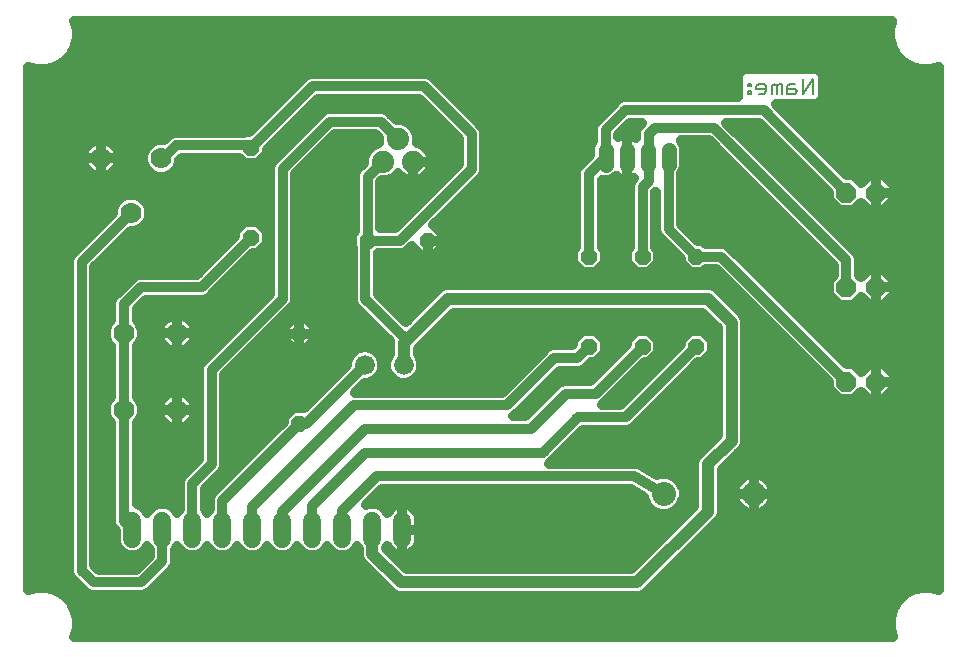
<source format=gbl>
G75*
G70*
%OFA0B0*%
%FSLAX24Y24*%
%IPPOS*%
%LPD*%
%AMOC8*
5,1,8,0,0,1.08239X$1,22.5*
%
%ADD10C,0.0060*%
%ADD11C,0.0600*%
%ADD12OC8,0.0520*%
%ADD13C,0.0660*%
%ADD14C,0.0700*%
%ADD15C,0.0800*%
%ADD16C,0.0740*%
%ADD17OC8,0.0660*%
%ADD18C,0.0500*%
%ADD19C,0.0320*%
%ADD20C,0.0400*%
%ADD21C,0.0396*%
D10*
X024835Y018908D02*
X024918Y018908D01*
X024918Y018991D01*
X024835Y018991D01*
X024835Y018908D01*
X024835Y019158D02*
X024918Y019158D01*
X024918Y019241D01*
X024835Y019241D01*
X024835Y019158D01*
X025100Y019158D02*
X025100Y019074D01*
X025434Y019074D01*
X025434Y018991D02*
X025434Y019158D01*
X025350Y019241D01*
X025184Y019241D01*
X025100Y019158D01*
X025184Y018908D02*
X025350Y018908D01*
X025434Y018991D01*
X025616Y018908D02*
X025616Y019158D01*
X025699Y019241D01*
X025783Y019158D01*
X025783Y018908D01*
X025949Y018908D02*
X025949Y019241D01*
X025866Y019241D01*
X025783Y019158D01*
X026131Y019158D02*
X026131Y018908D01*
X026382Y018908D01*
X026465Y018991D01*
X026382Y019074D01*
X026131Y019074D01*
X026131Y019158D02*
X026215Y019241D01*
X026382Y019241D01*
X026647Y019408D02*
X026647Y018908D01*
X026981Y019408D01*
X026981Y018908D01*
D11*
X013305Y004684D02*
X013305Y004084D01*
X012305Y004084D02*
X012305Y004684D01*
X011305Y004684D02*
X011305Y004084D01*
X010305Y004084D02*
X010305Y004684D01*
X009305Y004684D02*
X009305Y004084D01*
X008305Y004084D02*
X008305Y004684D01*
X007305Y004684D02*
X007305Y004084D01*
X006305Y004084D02*
X006305Y004684D01*
X005305Y004684D02*
X005305Y004084D01*
X004305Y004084D02*
X004305Y004684D01*
D12*
X009866Y007914D03*
X009866Y010914D03*
X008262Y014109D03*
X012154Y014016D03*
X014154Y014016D03*
X019524Y013488D03*
X021311Y013488D03*
X023099Y013488D03*
X023099Y010488D03*
X021311Y010488D03*
X019524Y010488D03*
X008262Y017109D03*
D13*
X012051Y009870D03*
X013351Y009870D03*
D14*
X005796Y010932D03*
X004024Y010932D03*
X004024Y008373D03*
X005796Y008373D03*
X004260Y014940D03*
X003260Y016760D03*
X005260Y016760D03*
D15*
X022016Y005579D03*
X025016Y005579D03*
D16*
X013654Y016654D03*
X013154Y017404D03*
X012654Y016654D03*
D17*
X028106Y015614D03*
X029106Y015614D03*
X029106Y012465D03*
X028106Y012465D03*
X028106Y009315D03*
X029106Y009315D03*
D18*
X022176Y016545D02*
X022176Y017045D01*
X021476Y017045D02*
X021476Y016545D01*
X020776Y016545D02*
X020776Y017045D01*
X020076Y017045D02*
X020076Y016545D01*
D19*
X002450Y001103D02*
X002374Y000820D01*
X029654Y000820D01*
X029578Y001103D01*
X029578Y001417D01*
X029659Y001719D01*
X029816Y001991D01*
X030037Y002212D01*
X030309Y002369D01*
X030611Y002450D01*
X030925Y002450D01*
X031196Y002377D01*
X031196Y019800D01*
X030913Y019724D01*
X030599Y019724D01*
X030297Y019805D01*
X030025Y019961D01*
X029804Y020183D01*
X029647Y020454D01*
X029566Y020757D01*
X029566Y021070D01*
X029642Y021354D01*
X002374Y021354D01*
X002450Y021070D01*
X002450Y020757D01*
X002369Y020454D01*
X002212Y020183D01*
X001991Y019961D01*
X001719Y019805D01*
X001417Y019724D01*
X001103Y019724D01*
X000820Y019800D01*
X000820Y002374D01*
X001103Y002450D01*
X001417Y002450D01*
X001719Y002369D01*
X001991Y002212D01*
X002212Y001991D01*
X002369Y001719D01*
X002450Y001417D01*
X002450Y001103D01*
X002450Y001216D02*
X029578Y001216D01*
X029609Y001534D02*
X002418Y001534D01*
X002292Y001853D02*
X029736Y001853D01*
X029996Y002171D02*
X021239Y002171D01*
X021218Y002162D02*
X021387Y002232D01*
X023749Y004594D01*
X023878Y004724D01*
X023948Y004893D01*
X023948Y006369D01*
X024536Y006957D01*
X024666Y007086D01*
X024736Y007255D01*
X024736Y011375D01*
X024666Y011544D01*
X023878Y012332D01*
X023749Y012461D01*
X023580Y012531D01*
X014735Y012531D01*
X014566Y012461D01*
X013421Y011315D01*
X012491Y012245D01*
X012491Y013596D01*
X013312Y013596D01*
X013466Y013660D01*
X013634Y013827D01*
X013634Y013801D01*
X013938Y013496D01*
X014154Y013496D01*
X014369Y013496D01*
X014674Y013801D01*
X014674Y014016D01*
X014674Y014231D01*
X014369Y014536D01*
X014342Y014536D01*
X015852Y016046D01*
X015970Y016164D01*
X016034Y016318D01*
X016034Y017666D01*
X015970Y017821D01*
X014396Y019396D01*
X014277Y019514D01*
X014123Y019578D01*
X010227Y019578D01*
X010072Y019514D01*
X008188Y017629D01*
X008046Y017629D01*
X008026Y017609D01*
X005688Y017609D01*
X005534Y017545D01*
X005416Y017427D01*
X005359Y017370D01*
X005139Y017370D01*
X004914Y017277D01*
X004743Y017106D01*
X004650Y016881D01*
X004650Y016639D01*
X004743Y016414D01*
X004914Y016243D01*
X005139Y016150D01*
X005381Y016150D01*
X005606Y016243D01*
X005777Y016414D01*
X005870Y016639D01*
X005870Y016693D01*
X005946Y016769D01*
X007866Y016769D01*
X008046Y016589D01*
X008477Y016589D01*
X008782Y016894D01*
X008782Y017035D01*
X010484Y018738D01*
X013866Y018738D01*
X015194Y017409D01*
X015194Y016576D01*
X013055Y014436D01*
X012574Y014436D01*
X012574Y015980D01*
X012618Y016024D01*
X012779Y016024D01*
X013011Y016120D01*
X013157Y016266D01*
X013173Y016243D01*
X013243Y016173D01*
X013324Y016115D01*
X013412Y016070D01*
X013506Y016039D01*
X013604Y016024D01*
X013654Y016024D01*
X013703Y016024D01*
X013801Y016039D01*
X013896Y016070D01*
X013984Y016115D01*
X014064Y016173D01*
X014134Y016243D01*
X014193Y016324D01*
X014238Y016412D01*
X014268Y016506D01*
X014284Y016604D01*
X014284Y016654D01*
X014284Y016703D01*
X014268Y016801D01*
X014238Y016896D01*
X014193Y016984D01*
X014134Y017064D01*
X014064Y017134D01*
X013984Y017193D01*
X013896Y017238D01*
X013801Y017268D01*
X013781Y017271D01*
X013784Y017278D01*
X013784Y017529D01*
X013688Y017761D01*
X013511Y017938D01*
X013279Y018034D01*
X013118Y018034D01*
X012937Y018214D01*
X012819Y018333D01*
X012664Y018397D01*
X010806Y018397D01*
X010652Y018333D01*
X009077Y016758D01*
X008959Y016640D01*
X008895Y016485D01*
X008895Y012245D01*
X006715Y010065D01*
X006597Y009947D01*
X006533Y009792D01*
X006533Y006733D01*
X006067Y006267D01*
X005949Y006149D01*
X005885Y005995D01*
X005885Y005056D01*
X005830Y005001D01*
X005805Y004940D01*
X005780Y005001D01*
X005622Y005158D01*
X005416Y005244D01*
X005193Y005244D01*
X004988Y005158D01*
X004830Y005001D01*
X004805Y004940D01*
X004780Y005001D01*
X004622Y005158D01*
X004444Y005232D01*
X004444Y007930D01*
X004541Y008027D01*
X004634Y008251D01*
X004634Y008494D01*
X004541Y008718D01*
X004444Y008815D01*
X004444Y010489D01*
X004541Y010586D01*
X004634Y010810D01*
X004634Y011053D01*
X004541Y011277D01*
X004444Y011374D01*
X004444Y011724D01*
X004765Y012045D01*
X006701Y012045D01*
X006855Y012109D01*
X006973Y012227D01*
X008336Y013589D01*
X008477Y013589D01*
X008782Y013894D01*
X008782Y014325D01*
X008477Y014629D01*
X008046Y014629D01*
X007742Y014325D01*
X007742Y014183D01*
X006443Y012885D01*
X004507Y012885D01*
X004353Y012821D01*
X003786Y012254D01*
X003668Y012136D01*
X003604Y011982D01*
X003604Y011374D01*
X003507Y011277D01*
X003414Y011053D01*
X003414Y010810D01*
X003507Y010586D01*
X003604Y010489D01*
X003604Y008815D01*
X003507Y008718D01*
X003414Y008494D01*
X003414Y008251D01*
X003507Y008027D01*
X003604Y007930D01*
X003604Y004581D01*
X003668Y004426D01*
X003745Y004350D01*
X003745Y003972D01*
X003830Y003766D01*
X003988Y003609D01*
X004193Y003524D01*
X004416Y003524D01*
X004622Y003609D01*
X004780Y003766D01*
X004805Y003827D01*
X004830Y003766D01*
X004885Y003712D01*
X004885Y003510D01*
X004417Y003042D01*
X003190Y003042D01*
X003042Y003190D01*
X003042Y013128D01*
X004244Y014330D01*
X004381Y014330D01*
X004606Y014423D01*
X004777Y014594D01*
X004870Y014819D01*
X004870Y015061D01*
X004777Y015286D01*
X004606Y015457D01*
X004381Y015550D01*
X004139Y015550D01*
X003914Y015457D01*
X003743Y015286D01*
X003650Y015061D01*
X003650Y014924D01*
X002384Y013658D01*
X002266Y013540D01*
X002202Y013386D01*
X002202Y002932D01*
X002266Y002778D01*
X002660Y002384D01*
X002778Y002266D01*
X002932Y002202D01*
X004674Y002202D01*
X004829Y002266D01*
X005543Y002980D01*
X005661Y003098D01*
X005725Y003253D01*
X005725Y003712D01*
X005780Y003766D01*
X005805Y003827D01*
X005830Y003766D01*
X005988Y003609D01*
X006193Y003524D01*
X006416Y003524D01*
X006622Y003609D01*
X006780Y003766D01*
X006805Y003827D01*
X006830Y003766D01*
X006988Y003609D01*
X007193Y003524D01*
X007416Y003524D01*
X007622Y003609D01*
X007780Y003766D01*
X007805Y003827D01*
X007830Y003766D01*
X007988Y003609D01*
X008193Y003524D01*
X008416Y003524D01*
X008622Y003609D01*
X008780Y003766D01*
X008805Y003827D01*
X008830Y003766D01*
X008988Y003609D01*
X009193Y003524D01*
X009416Y003524D01*
X009622Y003609D01*
X009780Y003766D01*
X009805Y003827D01*
X009830Y003766D01*
X009988Y003609D01*
X010193Y003524D01*
X010416Y003524D01*
X010622Y003609D01*
X010780Y003766D01*
X010805Y003827D01*
X010830Y003766D01*
X010988Y003609D01*
X011193Y003524D01*
X011416Y003524D01*
X011622Y003609D01*
X011780Y003766D01*
X011805Y003827D01*
X011830Y003766D01*
X011845Y003752D01*
X011845Y003478D01*
X011915Y003309D01*
X012862Y002362D01*
X012992Y002232D01*
X013161Y002162D01*
X021218Y002162D01*
X021644Y002490D02*
X031196Y002490D01*
X031196Y002808D02*
X021962Y002808D01*
X022281Y003127D02*
X031196Y003127D01*
X031196Y003445D02*
X022599Y003445D01*
X022918Y003764D02*
X031196Y003764D01*
X031196Y004082D02*
X023236Y004082D01*
X023555Y004401D02*
X031196Y004401D01*
X031196Y004719D02*
X023873Y004719D01*
X023948Y005038D02*
X024637Y005038D01*
X024648Y005029D02*
X024723Y004986D01*
X024803Y004953D01*
X024887Y004930D01*
X024973Y004919D01*
X025016Y004919D01*
X025059Y004919D01*
X025145Y004930D01*
X025229Y004953D01*
X025308Y004986D01*
X025383Y005029D01*
X025452Y005082D01*
X025513Y005143D01*
X025566Y005211D01*
X025609Y005286D01*
X025642Y005366D01*
X025665Y005450D01*
X025676Y005536D01*
X025676Y005579D01*
X025676Y005622D01*
X025665Y005708D01*
X025642Y005792D01*
X025609Y005871D01*
X025566Y005946D01*
X025513Y006015D01*
X025452Y006076D01*
X025383Y006129D01*
X025308Y006172D01*
X025229Y006205D01*
X025145Y006228D01*
X025059Y006239D01*
X025016Y006239D01*
X025016Y005579D01*
X025676Y005579D01*
X025016Y005579D01*
X025016Y005579D01*
X025016Y005579D01*
X025016Y006239D01*
X024973Y006239D01*
X024887Y006228D01*
X024803Y006205D01*
X024723Y006172D01*
X024648Y006129D01*
X024580Y006076D01*
X024519Y006015D01*
X024466Y005946D01*
X024423Y005871D01*
X024390Y005792D01*
X024367Y005708D01*
X024356Y005622D01*
X024356Y005579D01*
X025016Y005579D01*
X025016Y005579D01*
X025016Y004919D01*
X025016Y005579D01*
X025016Y005579D01*
X024356Y005579D01*
X024356Y005536D01*
X024367Y005450D01*
X024390Y005366D01*
X024423Y005286D01*
X024466Y005211D01*
X024519Y005143D01*
X024580Y005082D01*
X024648Y005029D01*
X025016Y005038D02*
X025016Y005038D01*
X025395Y005038D02*
X031196Y005038D01*
X031196Y005356D02*
X025638Y005356D01*
X025669Y005675D02*
X031196Y005675D01*
X031196Y005993D02*
X025530Y005993D01*
X025016Y005993D02*
X025016Y005993D01*
X025016Y005675D02*
X025016Y005675D01*
X025016Y005356D02*
X025016Y005356D01*
X024394Y005356D02*
X023948Y005356D01*
X023948Y005675D02*
X024363Y005675D01*
X024502Y005993D02*
X023948Y005993D01*
X023948Y006312D02*
X031196Y006312D01*
X031196Y006630D02*
X024210Y006630D01*
X024528Y006949D02*
X031196Y006949D01*
X031196Y007267D02*
X024736Y007267D01*
X024736Y007586D02*
X031196Y007586D01*
X031196Y007904D02*
X024736Y007904D01*
X024736Y008223D02*
X031196Y008223D01*
X031196Y008541D02*
X024736Y008541D01*
X024736Y008860D02*
X027728Y008860D01*
X027862Y008725D02*
X027516Y009071D01*
X027516Y009311D01*
X023759Y013068D01*
X023414Y013068D01*
X023314Y012968D01*
X022883Y012968D01*
X022579Y013273D01*
X022579Y013414D01*
X021820Y014173D01*
X021756Y014327D01*
X021756Y015650D01*
X021731Y015625D01*
X021731Y013804D01*
X021831Y013704D01*
X021831Y013273D01*
X021527Y012968D01*
X021096Y012968D01*
X020791Y013273D01*
X020791Y013704D01*
X020891Y013804D01*
X020891Y015883D01*
X020955Y016037D01*
X021010Y016092D01*
X020972Y016073D01*
X020896Y016048D01*
X020816Y016035D01*
X020776Y016035D01*
X020776Y016795D01*
X020776Y016795D01*
X020776Y016035D01*
X020736Y016035D01*
X020657Y016048D01*
X020580Y016073D01*
X020509Y016109D01*
X020444Y016156D01*
X020426Y016174D01*
X020365Y016113D01*
X020178Y016035D01*
X019975Y016035D01*
X019944Y016048D01*
X019944Y013804D01*
X020044Y013704D01*
X020044Y013273D01*
X019739Y012968D01*
X019308Y012968D01*
X019004Y013273D01*
X019004Y013704D01*
X019104Y013804D01*
X019104Y016327D01*
X019168Y016481D01*
X019566Y016879D01*
X019566Y017147D01*
X019644Y017334D01*
X019656Y017347D01*
X019656Y017797D01*
X019720Y017952D01*
X020376Y018608D01*
X020495Y018726D01*
X020649Y018790D01*
X024508Y018790D01*
X024508Y019544D01*
X024547Y019640D01*
X024621Y019713D01*
X024716Y019752D01*
X027103Y019752D01*
X027199Y019713D01*
X027272Y019640D01*
X027311Y019544D01*
X027311Y018771D01*
X027272Y018676D01*
X027199Y018603D01*
X027103Y018563D01*
X025752Y018563D01*
X028110Y016204D01*
X028351Y016204D01*
X028606Y015949D01*
X028862Y016204D01*
X029106Y016204D01*
X029106Y015614D01*
X029106Y015614D01*
X029106Y015024D01*
X028862Y015024D01*
X028606Y015280D01*
X028351Y015024D01*
X027862Y015024D01*
X027516Y015370D01*
X027516Y015610D01*
X025177Y017950D01*
X024109Y017950D01*
X028344Y013714D01*
X028344Y013714D01*
X028463Y013596D01*
X028526Y013442D01*
X028526Y012879D01*
X028606Y012799D01*
X028862Y013055D01*
X029106Y013055D01*
X029106Y012465D01*
X029106Y012465D01*
X029106Y013055D01*
X029351Y013055D01*
X029696Y012709D01*
X029696Y012465D01*
X029106Y012465D01*
X029106Y012465D01*
X029106Y011875D01*
X028862Y011875D01*
X028606Y012130D01*
X028351Y011875D01*
X027862Y011875D01*
X027516Y012220D01*
X027516Y012709D01*
X027686Y012879D01*
X027686Y013184D01*
X023511Y017360D01*
X022583Y017360D01*
X022608Y017334D01*
X022686Y017147D01*
X022686Y016444D01*
X022608Y016257D01*
X022596Y016244D01*
X022596Y014585D01*
X023173Y014008D01*
X023314Y014008D01*
X023414Y013908D01*
X024017Y013908D01*
X024171Y013844D01*
X028110Y009905D01*
X028351Y009905D01*
X028606Y009650D01*
X028862Y009905D01*
X029106Y009905D01*
X029106Y009315D01*
X029106Y009315D01*
X029106Y008725D01*
X028862Y008725D01*
X028606Y008981D01*
X028351Y008725D01*
X027862Y008725D01*
X028485Y008860D02*
X028728Y008860D01*
X029106Y008860D02*
X029106Y008860D01*
X029106Y008725D02*
X029351Y008725D01*
X029696Y009071D01*
X029696Y009315D01*
X029106Y009315D01*
X029106Y009315D01*
X029106Y008725D01*
X029485Y008860D02*
X031196Y008860D01*
X031196Y009178D02*
X029696Y009178D01*
X029696Y009315D02*
X029696Y009560D01*
X029351Y009905D01*
X029106Y009905D01*
X029106Y009315D01*
X029106Y009315D01*
X029696Y009315D01*
X029696Y009497D02*
X031196Y009497D01*
X031196Y009815D02*
X029441Y009815D01*
X029106Y009815D02*
X029106Y009815D01*
X028772Y009815D02*
X028441Y009815D01*
X027882Y010134D02*
X031196Y010134D01*
X031196Y010452D02*
X027564Y010452D01*
X027245Y010771D02*
X031196Y010771D01*
X031196Y011089D02*
X026927Y011089D01*
X026608Y011408D02*
X031196Y011408D01*
X031196Y011726D02*
X026290Y011726D01*
X025971Y012045D02*
X027692Y012045D01*
X027516Y012363D02*
X025653Y012363D01*
X025334Y012682D02*
X027516Y012682D01*
X027686Y013000D02*
X025016Y013000D01*
X024697Y013319D02*
X027552Y013319D01*
X027234Y013637D02*
X024379Y013637D01*
X023933Y013488D02*
X028106Y009315D01*
X027516Y009178D02*
X024736Y009178D01*
X024736Y009497D02*
X027331Y009497D01*
X027013Y009815D02*
X024736Y009815D01*
X024736Y010134D02*
X026694Y010134D01*
X026376Y010452D02*
X024736Y010452D01*
X024736Y010771D02*
X026057Y010771D01*
X025739Y011089D02*
X024736Y011089D01*
X024722Y011408D02*
X025420Y011408D01*
X025102Y011726D02*
X024484Y011726D01*
X024783Y012045D02*
X024165Y012045D01*
X024465Y012363D02*
X023847Y012363D01*
X024146Y012682D02*
X012491Y012682D01*
X012491Y013000D02*
X019277Y013000D01*
X019771Y013000D02*
X021064Y013000D01*
X020791Y013319D02*
X020044Y013319D01*
X020044Y013637D02*
X020791Y013637D01*
X020891Y013956D02*
X019944Y013956D01*
X019944Y014274D02*
X020891Y014274D01*
X020891Y014593D02*
X019944Y014593D01*
X019944Y014911D02*
X020891Y014911D01*
X020891Y015230D02*
X019944Y015230D01*
X019944Y015548D02*
X020891Y015548D01*
X020891Y015867D02*
X019944Y015867D01*
X019524Y016243D02*
X020076Y016795D01*
X020076Y017714D01*
X020732Y018370D01*
X025351Y018370D01*
X028106Y015614D01*
X027657Y015230D02*
X026829Y015230D01*
X027148Y014911D02*
X031196Y014911D01*
X031196Y015230D02*
X029556Y015230D01*
X029696Y015370D02*
X029351Y015024D01*
X029106Y015024D01*
X029106Y015614D01*
X029106Y015614D01*
X029106Y015614D01*
X029696Y015614D01*
X029696Y015370D01*
X029696Y015548D02*
X031196Y015548D01*
X031196Y015867D02*
X029689Y015867D01*
X029696Y015859D02*
X029351Y016204D01*
X029106Y016204D01*
X029106Y015614D01*
X029696Y015614D01*
X029696Y015859D01*
X029370Y016185D02*
X031196Y016185D01*
X031196Y016504D02*
X027811Y016504D01*
X027493Y016822D02*
X031196Y016822D01*
X031196Y017141D02*
X027174Y017141D01*
X026856Y017459D02*
X031196Y017459D01*
X031196Y017778D02*
X026537Y017778D01*
X026219Y018096D02*
X031196Y018096D01*
X031196Y018415D02*
X025900Y018415D01*
X025349Y017778D02*
X024281Y017778D01*
X024600Y017459D02*
X025668Y017459D01*
X025986Y017141D02*
X024918Y017141D01*
X025237Y016822D02*
X026305Y016822D01*
X026623Y016504D02*
X025555Y016504D01*
X025874Y016185D02*
X026942Y016185D01*
X027260Y015867D02*
X026192Y015867D01*
X026511Y015548D02*
X027516Y015548D01*
X028370Y016185D02*
X028843Y016185D01*
X029106Y016185D02*
X029106Y016185D01*
X029106Y015867D02*
X029106Y015867D01*
X029106Y015548D02*
X029106Y015548D01*
X029106Y015230D02*
X029106Y015230D01*
X028657Y015230D02*
X028556Y015230D01*
X027785Y014274D02*
X031196Y014274D01*
X031196Y014593D02*
X027466Y014593D01*
X026597Y014274D02*
X022907Y014274D01*
X022596Y014593D02*
X026278Y014593D01*
X025960Y014911D02*
X022596Y014911D01*
X022596Y015230D02*
X025641Y015230D01*
X025323Y015548D02*
X022596Y015548D01*
X022596Y015867D02*
X025004Y015867D01*
X024686Y016185D02*
X022596Y016185D01*
X022686Y016504D02*
X024367Y016504D01*
X024049Y016822D02*
X022686Y016822D01*
X022176Y016795D02*
X022176Y014411D01*
X023099Y013488D01*
X023933Y013488D01*
X023828Y013000D02*
X023346Y013000D01*
X022852Y013000D02*
X021558Y013000D01*
X021831Y013319D02*
X022579Y013319D01*
X022356Y013637D02*
X021831Y013637D01*
X021731Y013956D02*
X022037Y013956D01*
X021778Y014274D02*
X021731Y014274D01*
X021731Y014593D02*
X021756Y014593D01*
X021731Y014911D02*
X021756Y014911D01*
X021731Y015230D02*
X021756Y015230D01*
X021731Y015548D02*
X021756Y015548D01*
X021311Y015799D02*
X021520Y016008D01*
X021520Y016752D01*
X021476Y016795D01*
X021520Y016839D01*
X021520Y017583D01*
X021717Y017780D01*
X023685Y017780D01*
X028106Y013358D01*
X028106Y012465D01*
X028521Y012045D02*
X028692Y012045D01*
X029106Y012045D02*
X029106Y012045D01*
X029106Y011875D02*
X029351Y011875D01*
X029696Y012220D01*
X029696Y012465D01*
X029106Y012465D01*
X029106Y012465D01*
X029106Y011875D01*
X029521Y012045D02*
X031196Y012045D01*
X031196Y012363D02*
X029696Y012363D01*
X029696Y012682D02*
X031196Y012682D01*
X031196Y013000D02*
X029406Y013000D01*
X029106Y013000D02*
X029106Y013000D01*
X028807Y013000D02*
X028526Y013000D01*
X029106Y012682D02*
X029106Y012682D01*
X029106Y012363D02*
X029106Y012363D01*
X028526Y013319D02*
X031196Y013319D01*
X031196Y013637D02*
X028422Y013637D01*
X028103Y013956D02*
X031196Y013956D01*
X026915Y013956D02*
X023367Y013956D01*
X021311Y013488D02*
X021311Y015799D01*
X020776Y016185D02*
X020776Y016185D01*
X020776Y016504D02*
X020776Y016504D01*
X020776Y016795D02*
X020776Y017555D01*
X020736Y017555D01*
X020657Y017543D01*
X020580Y017518D01*
X020509Y017482D01*
X020496Y017472D01*
X020496Y017540D01*
X020906Y017950D01*
X021293Y017950D01*
X021282Y017939D01*
X021282Y017939D01*
X021164Y017821D01*
X021100Y017666D01*
X021100Y017441D01*
X021043Y017482D01*
X020972Y017518D01*
X020896Y017543D01*
X020816Y017555D01*
X020776Y017555D01*
X020776Y016795D01*
X020776Y016795D01*
X020776Y016822D02*
X020776Y016822D01*
X020776Y017141D02*
X020776Y017141D01*
X020776Y017459D02*
X020776Y017459D01*
X021075Y017459D02*
X021100Y017459D01*
X021146Y017778D02*
X020734Y017778D01*
X019864Y018096D02*
X015695Y018096D01*
X015988Y017778D02*
X019656Y017778D01*
X019656Y017459D02*
X016034Y017459D01*
X016034Y017141D02*
X019566Y017141D01*
X019509Y016822D02*
X016034Y016822D01*
X016034Y016504D02*
X019190Y016504D01*
X019524Y016243D02*
X019524Y013488D01*
X019004Y013637D02*
X014510Y013637D01*
X014154Y013637D02*
X014154Y013637D01*
X014154Y013496D02*
X014154Y014016D01*
X014674Y014016D01*
X014154Y014016D01*
X014154Y014016D01*
X014154Y014016D01*
X014154Y013496D01*
X013797Y013637D02*
X013411Y013637D01*
X013229Y014016D02*
X015614Y016402D01*
X015614Y017583D01*
X014040Y019158D01*
X010310Y019158D01*
X008262Y017109D01*
X008134Y017189D01*
X005772Y017189D01*
X005378Y016795D01*
X005260Y016760D01*
X005814Y016504D02*
X008903Y016504D01*
X008710Y016822D02*
X009141Y016822D01*
X008887Y017141D02*
X009460Y017141D01*
X009206Y017459D02*
X009778Y017459D01*
X009524Y017778D02*
X010097Y017778D01*
X009843Y018096D02*
X010415Y018096D01*
X010161Y018415D02*
X014189Y018415D01*
X013870Y018733D02*
X010480Y018733D01*
X009610Y019052D02*
X000820Y019052D01*
X000820Y018733D02*
X009292Y018733D01*
X008973Y018415D02*
X000820Y018415D01*
X000820Y018096D02*
X008655Y018096D01*
X008336Y017778D02*
X000820Y017778D01*
X000820Y017459D02*
X005448Y017459D01*
X004778Y017141D02*
X003738Y017141D01*
X003725Y017157D02*
X003657Y017225D01*
X003580Y017282D01*
X003494Y017325D01*
X003403Y017355D01*
X003308Y017370D01*
X003260Y017370D01*
X003260Y016760D01*
X003870Y016760D01*
X003870Y016808D01*
X003855Y016903D01*
X003825Y016994D01*
X003782Y017080D01*
X003725Y017157D01*
X003260Y017141D02*
X003260Y017141D01*
X003260Y017370D02*
X003212Y017370D01*
X003117Y017355D01*
X003026Y017325D01*
X002940Y017282D01*
X002863Y017225D01*
X002795Y017157D01*
X002738Y017080D01*
X002695Y016994D01*
X002665Y016903D01*
X002650Y016808D01*
X002650Y016760D01*
X003260Y016760D01*
X003260Y016760D01*
X003260Y016760D01*
X003870Y016760D01*
X003870Y016712D01*
X003855Y016617D01*
X003825Y016526D01*
X003782Y016440D01*
X003725Y016363D01*
X003657Y016295D01*
X003580Y016238D01*
X003494Y016195D01*
X003403Y016165D01*
X003308Y016150D01*
X003260Y016150D01*
X003260Y016760D01*
X003260Y016760D01*
X003260Y016760D01*
X003260Y017370D01*
X002782Y017141D02*
X000820Y017141D01*
X000820Y016822D02*
X002652Y016822D01*
X002650Y016760D02*
X002650Y016712D01*
X002665Y016617D01*
X002695Y016526D01*
X002738Y016440D01*
X002795Y016363D01*
X002863Y016295D01*
X002940Y016238D01*
X003026Y016195D01*
X003117Y016165D01*
X003212Y016150D01*
X003260Y016150D01*
X003260Y016760D01*
X002650Y016760D01*
X002706Y016504D02*
X000820Y016504D01*
X000820Y016185D02*
X003056Y016185D01*
X003260Y016185D02*
X003260Y016185D01*
X003464Y016185D02*
X005054Y016185D01*
X005466Y016185D02*
X008895Y016185D01*
X008895Y015867D02*
X000820Y015867D01*
X000820Y015548D02*
X004134Y015548D01*
X004386Y015548D02*
X008895Y015548D01*
X008895Y015230D02*
X004800Y015230D01*
X004870Y014911D02*
X008895Y014911D01*
X008895Y014593D02*
X008514Y014593D01*
X008782Y014274D02*
X008895Y014274D01*
X008895Y013956D02*
X008782Y013956D01*
X008895Y013637D02*
X008525Y013637D01*
X008895Y013319D02*
X008065Y013319D01*
X007747Y013000D02*
X008895Y013000D01*
X008895Y012682D02*
X007428Y012682D01*
X007110Y012363D02*
X008895Y012363D01*
X008695Y012045D02*
X004764Y012045D01*
X004446Y011726D02*
X008376Y011726D01*
X008058Y011408D02*
X006179Y011408D01*
X006193Y011397D02*
X006115Y011453D01*
X006030Y011497D01*
X005939Y011527D01*
X005844Y011542D01*
X005796Y011542D01*
X005796Y010932D01*
X005796Y010932D01*
X006406Y010932D01*
X006406Y010980D01*
X006391Y011074D01*
X006361Y011166D01*
X006317Y011251D01*
X006261Y011329D01*
X006193Y011397D01*
X006386Y011089D02*
X007739Y011089D01*
X007421Y010771D02*
X006385Y010771D01*
X006391Y010789D02*
X006406Y010884D01*
X006406Y010932D01*
X005796Y010932D01*
X005796Y010932D01*
X005796Y011542D01*
X005748Y011542D01*
X005653Y011527D01*
X005562Y011497D01*
X005476Y011453D01*
X005398Y011397D01*
X005330Y011329D01*
X005274Y011251D01*
X005230Y011166D01*
X005201Y011074D01*
X005186Y010980D01*
X005186Y010932D01*
X005796Y010932D01*
X005796Y010932D01*
X005796Y010322D01*
X005844Y010322D01*
X005939Y010337D01*
X006030Y010366D01*
X006115Y010410D01*
X006193Y010466D01*
X006261Y010534D01*
X006317Y010612D01*
X006361Y010697D01*
X006391Y010789D01*
X006173Y010452D02*
X007102Y010452D01*
X006784Y010134D02*
X004444Y010134D01*
X004444Y009815D02*
X006542Y009815D01*
X006953Y009709D02*
X006953Y006559D01*
X006305Y005911D01*
X006305Y004384D01*
X006805Y004940D02*
X006780Y005001D01*
X006725Y005056D01*
X006725Y005737D01*
X007309Y006321D01*
X007373Y006476D01*
X007373Y009535D01*
X009671Y011833D01*
X009735Y011987D01*
X009735Y016228D01*
X011064Y017557D01*
X012407Y017557D01*
X012524Y017440D01*
X012524Y017282D01*
X012297Y017188D01*
X012120Y017011D01*
X012024Y016779D01*
X012024Y016618D01*
X011916Y016510D01*
X011798Y016392D01*
X011734Y016237D01*
X011734Y014331D01*
X011634Y014231D01*
X011634Y013801D01*
X011651Y013783D01*
X011651Y011987D01*
X011715Y011833D01*
X011833Y011715D01*
X012891Y010658D01*
X012891Y010245D01*
X012850Y010204D01*
X012761Y009988D01*
X012761Y009753D01*
X012850Y009536D01*
X013016Y009370D01*
X013233Y009280D01*
X013468Y009280D01*
X013685Y009370D01*
X013851Y009536D01*
X013941Y009753D01*
X013941Y009988D01*
X013851Y010204D01*
X013811Y010245D01*
X013811Y010404D01*
X015017Y011611D01*
X023298Y011611D01*
X023816Y011093D01*
X023816Y007537D01*
X023098Y006820D01*
X023028Y006651D01*
X023028Y005175D01*
X020936Y003082D01*
X013443Y003082D01*
X012769Y003756D01*
X012780Y003766D01*
X012806Y003830D01*
X012826Y003790D01*
X012878Y003719D01*
X012940Y003657D01*
X013011Y003605D01*
X013090Y003565D01*
X013174Y003537D01*
X013261Y003524D01*
X013305Y003524D01*
X013349Y003524D01*
X013436Y003537D01*
X013520Y003565D01*
X013598Y003605D01*
X013670Y003657D01*
X013732Y003719D01*
X013784Y003790D01*
X013824Y003869D01*
X013851Y003953D01*
X013865Y004040D01*
X013865Y004384D01*
X013865Y004728D01*
X013851Y004815D01*
X013824Y004899D01*
X013784Y004977D01*
X013732Y005049D01*
X013670Y005111D01*
X013598Y005163D01*
X013520Y005203D01*
X013436Y005230D01*
X013349Y005244D01*
X013305Y005244D01*
X013305Y004384D01*
X013305Y004384D01*
X013865Y004384D01*
X013305Y004384D01*
X013305Y004384D01*
X013305Y005244D01*
X013261Y005244D01*
X013174Y005230D01*
X013090Y005203D01*
X013011Y005163D01*
X012940Y005111D01*
X012878Y005049D01*
X012826Y004977D01*
X012806Y004938D01*
X012780Y005001D01*
X012622Y005158D01*
X012416Y005244D01*
X012193Y005244D01*
X012097Y005204D01*
X012639Y005746D01*
X020920Y005746D01*
X021356Y005484D01*
X021356Y005448D01*
X021456Y005205D01*
X021642Y005019D01*
X021885Y004919D01*
X022147Y004919D01*
X022390Y005019D01*
X022575Y005205D01*
X022676Y005448D01*
X022676Y005710D01*
X022575Y005953D01*
X022390Y006138D01*
X022147Y006239D01*
X021885Y006239D01*
X021794Y006201D01*
X021296Y006499D01*
X021274Y006522D01*
X021225Y006542D01*
X021180Y006569D01*
X021148Y006573D01*
X021119Y006586D01*
X021066Y006586D01*
X021014Y006593D01*
X020984Y006586D01*
X018187Y006586D01*
X018214Y006597D01*
X019332Y007714D01*
X020828Y007714D01*
X020982Y007778D01*
X023173Y009968D01*
X023314Y009968D01*
X023619Y010273D01*
X023619Y010704D01*
X023314Y011008D01*
X022883Y011008D01*
X022579Y010704D01*
X022579Y010562D01*
X020570Y008554D01*
X019955Y008554D01*
X019982Y008565D01*
X021385Y009968D01*
X021527Y009968D01*
X021831Y010273D01*
X021831Y010704D01*
X021527Y011008D01*
X021096Y011008D01*
X020791Y010704D01*
X020791Y010562D01*
X019570Y009341D01*
X018680Y009341D01*
X018526Y009277D01*
X018408Y009159D01*
X017409Y008160D01*
X017006Y008160D01*
X017033Y008172D01*
X018544Y009683D01*
X019221Y009683D01*
X019376Y009746D01*
X019598Y009968D01*
X019739Y009968D01*
X020044Y010273D01*
X020044Y010704D01*
X019739Y011008D01*
X019308Y011008D01*
X019004Y010704D01*
X019004Y010562D01*
X018964Y010523D01*
X018287Y010523D01*
X018132Y010459D01*
X018014Y010340D01*
X016621Y008948D01*
X011722Y008948D01*
X012055Y009280D01*
X012168Y009280D01*
X012385Y009370D01*
X012551Y009536D01*
X012641Y009753D01*
X012641Y009988D01*
X012551Y010204D01*
X012385Y010370D01*
X012168Y010460D01*
X011933Y010460D01*
X011716Y010370D01*
X011550Y010204D01*
X011461Y009988D01*
X011461Y009874D01*
X010020Y008434D01*
X009651Y008434D01*
X009346Y008129D01*
X009346Y007988D01*
X007067Y005708D01*
X006949Y005590D01*
X006885Y005436D01*
X006885Y005056D01*
X006830Y005001D01*
X006805Y004940D01*
X006743Y005038D02*
X006867Y005038D01*
X006885Y005356D02*
X006725Y005356D01*
X006725Y005675D02*
X007033Y005675D01*
X007305Y005352D02*
X007305Y004384D01*
X007777Y003764D02*
X007833Y003764D01*
X008305Y004384D02*
X008305Y005155D01*
X011677Y008528D01*
X016795Y008528D01*
X018370Y010103D01*
X019138Y010103D01*
X019524Y010488D01*
X019071Y010771D02*
X014177Y010771D01*
X013858Y010452D02*
X018126Y010452D01*
X017807Y010134D02*
X013880Y010134D01*
X013941Y009815D02*
X017489Y009815D01*
X017170Y009497D02*
X013811Y009497D01*
X013351Y009870D02*
X013351Y010791D01*
X012071Y012071D01*
X012071Y013933D01*
X012154Y014016D01*
X013229Y014016D01*
X013211Y014593D02*
X012574Y014593D01*
X012574Y014911D02*
X013530Y014911D01*
X013848Y015230D02*
X012574Y015230D01*
X012574Y015548D02*
X014167Y015548D01*
X014485Y015867D02*
X012574Y015867D01*
X013076Y016185D02*
X013231Y016185D01*
X013654Y016185D02*
X013654Y016185D01*
X013654Y016024D02*
X013654Y016654D01*
X014284Y016654D01*
X013654Y016654D01*
X013654Y016654D01*
X013654Y016654D01*
X013654Y016024D01*
X014076Y016185D02*
X014804Y016185D01*
X015122Y016504D02*
X014267Y016504D01*
X014261Y016822D02*
X015194Y016822D01*
X015194Y017141D02*
X014055Y017141D01*
X013784Y017459D02*
X015144Y017459D01*
X014826Y017778D02*
X013671Y017778D01*
X013154Y017404D02*
X012581Y017977D01*
X010890Y017977D01*
X009315Y016402D01*
X009315Y012071D01*
X006953Y009709D01*
X006533Y009497D02*
X004444Y009497D01*
X004444Y009178D02*
X006533Y009178D01*
X006193Y008838D02*
X006115Y008894D01*
X006030Y008938D01*
X005939Y008968D01*
X005844Y008983D01*
X005796Y008983D01*
X005796Y008373D01*
X005796Y008373D01*
X006406Y008373D01*
X006406Y008421D01*
X006391Y008515D01*
X006361Y008607D01*
X006317Y008692D01*
X006261Y008770D01*
X006193Y008838D01*
X006163Y008860D02*
X006533Y008860D01*
X006533Y008541D02*
X006382Y008541D01*
X006406Y008373D02*
X005796Y008373D01*
X005796Y008373D01*
X005796Y008983D01*
X005748Y008983D01*
X005653Y008968D01*
X005562Y008938D01*
X005476Y008894D01*
X005398Y008838D01*
X005330Y008770D01*
X005274Y008692D01*
X005230Y008607D01*
X005201Y008515D01*
X005186Y008421D01*
X005186Y008373D01*
X005796Y008373D01*
X005796Y008373D01*
X005796Y007763D01*
X005844Y007763D01*
X005939Y007778D01*
X006030Y007807D01*
X006115Y007851D01*
X006193Y007907D01*
X006261Y007975D01*
X006317Y008053D01*
X006361Y008138D01*
X006391Y008230D01*
X006406Y008325D01*
X006406Y008373D01*
X006388Y008223D02*
X006533Y008223D01*
X006533Y007904D02*
X006189Y007904D01*
X005796Y007904D02*
X005796Y007904D01*
X005796Y007763D02*
X005796Y008373D01*
X005796Y008373D01*
X005186Y008373D01*
X005186Y008325D01*
X005201Y008230D01*
X005230Y008138D01*
X005274Y008053D01*
X005330Y007975D01*
X005398Y007907D01*
X005476Y007851D01*
X005562Y007807D01*
X005653Y007778D01*
X005748Y007763D01*
X005796Y007763D01*
X005403Y007904D02*
X004444Y007904D01*
X004444Y007586D02*
X006533Y007586D01*
X006533Y007267D02*
X004444Y007267D01*
X004444Y006949D02*
X006533Y006949D01*
X006430Y006630D02*
X004444Y006630D01*
X004444Y006312D02*
X006111Y006312D01*
X005885Y005993D02*
X004444Y005993D01*
X004444Y005675D02*
X005885Y005675D01*
X005885Y005356D02*
X004444Y005356D01*
X004743Y005038D02*
X004867Y005038D01*
X005743Y005038D02*
X005867Y005038D01*
X005305Y004384D02*
X005305Y003336D01*
X004591Y002622D01*
X003016Y002622D01*
X002622Y003016D01*
X002622Y013302D01*
X004260Y014940D01*
X003720Y015230D02*
X000820Y015230D01*
X000820Y014911D02*
X003637Y014911D01*
X003319Y014593D02*
X000820Y014593D01*
X000820Y014274D02*
X003000Y014274D01*
X002682Y013956D02*
X000820Y013956D01*
X000820Y013637D02*
X002363Y013637D01*
X002384Y013658D02*
X002384Y013658D01*
X002202Y013319D02*
X000820Y013319D01*
X000820Y013000D02*
X002202Y013000D01*
X002202Y012682D02*
X000820Y012682D01*
X000820Y012363D02*
X002202Y012363D01*
X002202Y012045D02*
X000820Y012045D01*
X000820Y011726D02*
X002202Y011726D01*
X002202Y011408D02*
X000820Y011408D01*
X000820Y011089D02*
X002202Y011089D01*
X002202Y010771D02*
X000820Y010771D01*
X000820Y010452D02*
X002202Y010452D01*
X002202Y010134D02*
X000820Y010134D01*
X000820Y009815D02*
X002202Y009815D01*
X002202Y009497D02*
X000820Y009497D01*
X000820Y009178D02*
X002202Y009178D01*
X002202Y008860D02*
X000820Y008860D01*
X000820Y008541D02*
X002202Y008541D01*
X002202Y008223D02*
X000820Y008223D01*
X000820Y007904D02*
X002202Y007904D01*
X002202Y007586D02*
X000820Y007586D01*
X000820Y007267D02*
X002202Y007267D01*
X002202Y006949D02*
X000820Y006949D01*
X000820Y006630D02*
X002202Y006630D01*
X002202Y006312D02*
X000820Y006312D01*
X000820Y005993D02*
X002202Y005993D01*
X002202Y005675D02*
X000820Y005675D01*
X000820Y005356D02*
X002202Y005356D01*
X002202Y005038D02*
X000820Y005038D01*
X000820Y004719D02*
X002202Y004719D01*
X002202Y004401D02*
X000820Y004401D01*
X000820Y004082D02*
X002202Y004082D01*
X002202Y003764D02*
X000820Y003764D01*
X000820Y003445D02*
X002202Y003445D01*
X002202Y003127D02*
X000820Y003127D01*
X000820Y002808D02*
X002254Y002808D01*
X002555Y002490D02*
X000820Y002490D01*
X002032Y002171D02*
X013139Y002171D01*
X012734Y002490D02*
X005052Y002490D01*
X005370Y002808D02*
X012416Y002808D01*
X012097Y003127D02*
X005673Y003127D01*
X005725Y003445D02*
X011858Y003445D01*
X011833Y003764D02*
X011777Y003764D01*
X011305Y004384D02*
X011305Y005006D01*
X012465Y006166D01*
X021036Y006166D01*
X022016Y005579D01*
X022638Y005356D02*
X023028Y005356D01*
X023028Y005675D02*
X022676Y005675D01*
X022535Y005993D02*
X023028Y005993D01*
X023028Y006312D02*
X021610Y006312D01*
X021038Y005675D02*
X012568Y005675D01*
X012249Y005356D02*
X021394Y005356D01*
X021624Y005038D02*
X013740Y005038D01*
X013865Y004719D02*
X022572Y004719D01*
X022408Y005038D02*
X022891Y005038D01*
X022254Y004401D02*
X013865Y004401D01*
X013865Y004082D02*
X021935Y004082D01*
X021617Y003764D02*
X013764Y003764D01*
X013305Y003764D02*
X013305Y003764D01*
X013305Y003524D02*
X013305Y004384D01*
X013305Y004384D01*
X013305Y003524D01*
X013080Y003445D02*
X021298Y003445D01*
X020980Y003127D02*
X013398Y003127D01*
X012845Y003764D02*
X012777Y003764D01*
X013305Y004082D02*
X013305Y004082D01*
X013305Y004401D02*
X013305Y004401D01*
X013305Y004719D02*
X013305Y004719D01*
X013305Y005038D02*
X013305Y005038D01*
X012870Y005038D02*
X012743Y005038D01*
X010833Y003764D02*
X010777Y003764D01*
X010305Y004384D02*
X010305Y005187D01*
X012071Y006953D01*
X017977Y006953D01*
X019158Y008134D01*
X020744Y008134D01*
X023099Y010488D01*
X023619Y010452D02*
X023816Y010452D01*
X023816Y010771D02*
X023552Y010771D01*
X023816Y011089D02*
X014495Y011089D01*
X014814Y011408D02*
X023501Y011408D01*
X022645Y010771D02*
X021764Y010771D01*
X021831Y010452D02*
X022468Y010452D01*
X022150Y010134D02*
X021692Y010134D01*
X021831Y009815D02*
X021232Y009815D01*
X021513Y009497D02*
X020913Y009497D01*
X021194Y009178D02*
X020595Y009178D01*
X020876Y008860D02*
X020276Y008860D01*
X019744Y008921D02*
X021311Y010488D01*
X020858Y010771D02*
X019977Y010771D01*
X020044Y010452D02*
X020681Y010452D01*
X020362Y010134D02*
X019904Y010134D01*
X020044Y009815D02*
X019444Y009815D01*
X019725Y009497D02*
X018358Y009497D01*
X018427Y009178D02*
X018040Y009178D01*
X018108Y008860D02*
X017721Y008860D01*
X017790Y008541D02*
X017403Y008541D01*
X017471Y008223D02*
X017084Y008223D01*
X017583Y007740D02*
X018764Y008921D01*
X019744Y008921D01*
X021108Y007904D02*
X023816Y007904D01*
X023816Y007586D02*
X019203Y007586D01*
X018885Y007267D02*
X023546Y007267D01*
X023227Y006949D02*
X018566Y006949D01*
X018248Y006630D02*
X023028Y006630D01*
X023816Y008223D02*
X021427Y008223D01*
X021745Y008541D02*
X023816Y008541D01*
X023816Y008860D02*
X022064Y008860D01*
X022382Y009178D02*
X023816Y009178D01*
X023816Y009497D02*
X022701Y009497D01*
X023019Y009815D02*
X023816Y009815D01*
X023816Y010134D02*
X023479Y010134D01*
X019004Y013319D02*
X012491Y013319D01*
X012154Y014016D02*
X012154Y016154D01*
X012654Y016654D01*
X012250Y017141D02*
X010648Y017141D01*
X010966Y017459D02*
X012504Y017459D01*
X012042Y016822D02*
X010329Y016822D01*
X010011Y016504D02*
X011910Y016504D01*
X011734Y016185D02*
X009735Y016185D01*
X009735Y015867D02*
X011734Y015867D01*
X011734Y015548D02*
X009735Y015548D01*
X009735Y015230D02*
X011734Y015230D01*
X011734Y014911D02*
X009735Y014911D01*
X009735Y014593D02*
X011734Y014593D01*
X011676Y014274D02*
X009735Y014274D01*
X009735Y013956D02*
X011634Y013956D01*
X011651Y013637D02*
X009735Y013637D01*
X009735Y013319D02*
X011651Y013319D01*
X011651Y013000D02*
X009735Y013000D01*
X009735Y012682D02*
X011651Y012682D01*
X011651Y012363D02*
X009735Y012363D01*
X009735Y012045D02*
X011651Y012045D01*
X011822Y011726D02*
X009564Y011726D01*
X009651Y011434D02*
X009346Y011129D01*
X009346Y010914D01*
X009866Y010914D01*
X009866Y011434D01*
X009651Y011434D01*
X009625Y011408D02*
X009246Y011408D01*
X009346Y011089D02*
X008927Y011089D01*
X008609Y010771D02*
X009346Y010771D01*
X009346Y010698D02*
X009651Y010394D01*
X009866Y010394D01*
X009866Y010914D01*
X009866Y010914D01*
X009866Y010914D01*
X009866Y011434D01*
X010082Y011434D01*
X010386Y011129D01*
X010386Y010914D01*
X009866Y010914D01*
X009346Y010914D01*
X009346Y010698D01*
X009592Y010452D02*
X008290Y010452D01*
X007972Y010134D02*
X011521Y010134D01*
X011401Y009815D02*
X007653Y009815D01*
X007373Y009497D02*
X011083Y009497D01*
X010764Y009178D02*
X007373Y009178D01*
X007373Y008860D02*
X010446Y008860D01*
X010127Y008541D02*
X007373Y008541D01*
X007373Y008223D02*
X009440Y008223D01*
X009263Y007904D02*
X007373Y007904D01*
X007373Y007586D02*
X008944Y007586D01*
X008626Y007267D02*
X007373Y007267D01*
X007373Y006949D02*
X008307Y006949D01*
X007989Y006630D02*
X007373Y006630D01*
X007299Y006312D02*
X007670Y006312D01*
X007352Y005993D02*
X006981Y005993D01*
X007305Y005352D02*
X009866Y007914D01*
X010094Y007914D01*
X012051Y009870D01*
X012580Y010134D02*
X012821Y010134D01*
X012761Y009815D02*
X012641Y009815D01*
X012511Y009497D02*
X012890Y009497D01*
X011952Y009178D02*
X016852Y009178D01*
X017583Y007740D02*
X012071Y007740D01*
X009305Y004974D01*
X009305Y004384D01*
X009777Y003764D02*
X009833Y003764D01*
X008833Y003764D02*
X008777Y003764D01*
X006833Y003764D02*
X006777Y003764D01*
X005833Y003764D02*
X005777Y003764D01*
X004833Y003764D02*
X004777Y003764D01*
X004820Y003445D02*
X003042Y003445D01*
X003042Y003764D02*
X003833Y003764D01*
X003745Y004082D02*
X003042Y004082D01*
X003042Y004401D02*
X003694Y004401D01*
X003604Y004719D02*
X003042Y004719D01*
X003042Y005038D02*
X003604Y005038D01*
X004024Y004664D02*
X004024Y008373D01*
X004024Y010932D01*
X004024Y011898D01*
X004591Y012465D01*
X006617Y012465D01*
X008262Y014109D01*
X007742Y014274D02*
X004188Y014274D01*
X004775Y014593D02*
X008010Y014593D01*
X007514Y013956D02*
X003869Y013956D01*
X003551Y013637D02*
X007196Y013637D01*
X006877Y013319D02*
X003232Y013319D01*
X003042Y013000D02*
X006559Y013000D01*
X005796Y011408D02*
X005796Y011408D01*
X005796Y011089D02*
X005796Y011089D01*
X005796Y010932D02*
X005186Y010932D01*
X005186Y010884D01*
X005201Y010789D01*
X005230Y010697D01*
X005274Y010612D01*
X005330Y010534D01*
X005398Y010466D01*
X005476Y010410D01*
X005562Y010366D01*
X005653Y010337D01*
X005748Y010322D01*
X005796Y010322D01*
X005796Y010932D01*
X005796Y010932D01*
X005796Y010771D02*
X005796Y010771D01*
X005796Y010452D02*
X005796Y010452D01*
X005418Y010452D02*
X004444Y010452D01*
X004618Y010771D02*
X005207Y010771D01*
X005205Y011089D02*
X004619Y011089D01*
X004444Y011408D02*
X005413Y011408D01*
X003895Y012363D02*
X003042Y012363D01*
X003042Y012045D02*
X003630Y012045D01*
X003604Y011726D02*
X003042Y011726D01*
X003042Y011408D02*
X003604Y011408D01*
X003429Y011089D02*
X003042Y011089D01*
X003042Y010771D02*
X003431Y010771D01*
X003604Y010452D02*
X003042Y010452D01*
X003042Y010134D02*
X003604Y010134D01*
X003604Y009815D02*
X003042Y009815D01*
X003042Y009497D02*
X003604Y009497D01*
X003604Y009178D02*
X003042Y009178D01*
X003042Y008860D02*
X003604Y008860D01*
X003434Y008541D02*
X003042Y008541D01*
X003042Y008223D02*
X003426Y008223D01*
X003604Y007904D02*
X003042Y007904D01*
X003042Y007586D02*
X003604Y007586D01*
X003604Y007267D02*
X003042Y007267D01*
X003042Y006949D02*
X003604Y006949D01*
X003604Y006630D02*
X003042Y006630D01*
X003042Y006312D02*
X003604Y006312D01*
X003604Y005993D02*
X003042Y005993D01*
X003042Y005675D02*
X003604Y005675D01*
X003604Y005356D02*
X003042Y005356D01*
X004024Y004664D02*
X004305Y004384D01*
X004501Y003127D02*
X003106Y003127D01*
X002660Y002384D02*
X002660Y002384D01*
X002395Y000897D02*
X029633Y000897D01*
X029106Y009178D02*
X029106Y009178D01*
X029106Y009497D02*
X029106Y009497D01*
X019104Y013956D02*
X014674Y013956D01*
X014154Y013956D02*
X014154Y013956D01*
X014631Y014274D02*
X019104Y014274D01*
X019104Y014593D02*
X014399Y014593D01*
X014718Y014911D02*
X019104Y014911D01*
X019104Y015230D02*
X015036Y015230D01*
X015355Y015548D02*
X019104Y015548D01*
X019104Y015867D02*
X015673Y015867D01*
X015979Y016185D02*
X019104Y016185D01*
X020183Y018415D02*
X015377Y018415D01*
X015058Y018733D02*
X020511Y018733D01*
X022686Y017141D02*
X023730Y017141D01*
X024508Y019052D02*
X014740Y019052D01*
X014421Y019370D02*
X024508Y019370D01*
X024596Y019689D02*
X000820Y019689D01*
X000820Y019370D02*
X009929Y019370D01*
X013055Y018096D02*
X014507Y018096D01*
X013654Y016504D02*
X013654Y016504D01*
X014468Y012363D02*
X012491Y012363D01*
X012692Y012045D02*
X014150Y012045D01*
X013831Y011726D02*
X013010Y011726D01*
X013329Y011408D02*
X013513Y011408D01*
X012778Y010771D02*
X010386Y010771D01*
X010386Y010698D02*
X010386Y010914D01*
X009866Y010914D01*
X009866Y010914D01*
X009866Y010914D01*
X009866Y010394D01*
X010082Y010394D01*
X010386Y010698D01*
X010140Y010452D02*
X011913Y010452D01*
X012188Y010452D02*
X012891Y010452D01*
X012459Y011089D02*
X010386Y011089D01*
X010108Y011408D02*
X012141Y011408D01*
X009866Y011408D02*
X009866Y011408D01*
X009866Y011089D02*
X009866Y011089D01*
X009866Y010771D02*
X009866Y010771D01*
X009866Y010452D02*
X009866Y010452D01*
X005796Y008860D02*
X005796Y008860D01*
X005796Y008541D02*
X005796Y008541D01*
X005796Y008223D02*
X005796Y008223D01*
X005203Y008223D02*
X004622Y008223D01*
X004615Y008541D02*
X005209Y008541D01*
X005428Y008860D02*
X004444Y008860D01*
X004214Y012682D02*
X003042Y012682D01*
X003260Y016504D02*
X003260Y016504D01*
X003260Y016822D02*
X003260Y016822D01*
X003814Y016504D02*
X004706Y016504D01*
X004650Y016822D02*
X003868Y016822D01*
X002036Y020007D02*
X029980Y020007D01*
X029722Y020326D02*
X002295Y020326D01*
X002420Y020644D02*
X029596Y020644D01*
X029566Y020963D02*
X002450Y020963D01*
X002393Y021281D02*
X029623Y021281D01*
X031196Y019689D02*
X027223Y019689D01*
X027311Y019370D02*
X031196Y019370D01*
X031196Y019052D02*
X027311Y019052D01*
X027295Y018733D02*
X031196Y018733D01*
D20*
X024276Y011284D02*
X023488Y012071D01*
X014827Y012071D01*
X013351Y010595D01*
X013351Y009870D01*
X012305Y004384D02*
X012305Y003570D01*
X013252Y002622D01*
X021126Y002622D01*
X023488Y004984D01*
X023488Y006559D01*
X024276Y007347D01*
X024276Y011284D01*
D21*
X023016Y008725D03*
X030575Y005378D03*
X030575Y004197D03*
X030575Y003016D03*
X029000Y001441D03*
X027819Y001441D03*
X026638Y001441D03*
X014354Y003606D03*
X014354Y005181D03*
X009630Y002819D03*
X008055Y002819D03*
X006480Y002819D03*
X004984Y001047D03*
X003803Y001047D03*
X002622Y001047D03*
X001047Y002622D03*
X001047Y003803D03*
X001047Y004984D03*
X001047Y016795D03*
X001047Y017977D03*
X001047Y019158D03*
X003016Y020732D03*
X004197Y020732D03*
X005378Y020732D03*
X026638Y020732D03*
X027819Y020732D03*
X029000Y020732D03*
X030575Y019551D03*
X030575Y018370D03*
X030575Y017189D03*
M02*

</source>
